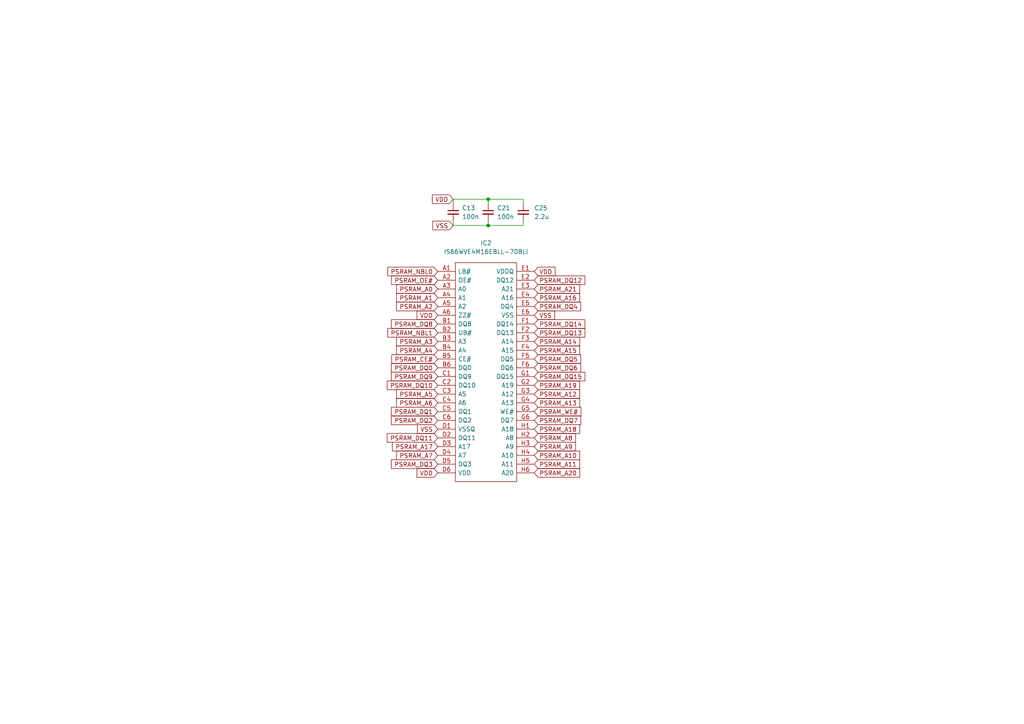
<source format=kicad_sch>
(kicad_sch (version 20211123) (generator eeschema)
  (paper "A4")
  (lib_symbols
    (symbol "Device:C_Small" (pin_numbers hide) (pin_names (offset 0.254) hide)
      (property "Reference" "C" (at 0.254 1.778 0))
      (property "Value" "C_Small" (at 0.254 -2.032 0))
      (symbol "C_Small_0_1"
        (polyline (pts (xy -1.524 -0.508) (xy 1.524 -0.508)) (stroke (width 0.3302)))
        (polyline (pts (xy -1.524 0.508) (xy 1.524 0.508)) (stroke (width 0.3048)))
      )
      (symbol "C_Small_1_1"
        (pin passive line (at 0 2.54 270) (length 2.032) (name "~") (number "1"))
        (pin passive line (at 0 -2.54 90) (length 2.032) (name "~") (number "2"))
      )
    )
    (symbol "SamacSys_Parts:IS66WVE4M16EBLL-70BLI" (pin_names (offset 0.762))
      (property "Reference" "IC" (at 24.13 7.62 0))
      (property "Value" "IS66WVE4M16EBLL-70BLI" (at 24.13 5.08 0))
      (symbol "IS66WVE4M16EBLL-70BLI_0_0"
        (pin passive line (at 0 0 0) (length 5.08) (name "LB#") (number "A1"))
        (pin passive line (at 0 -2.54 0) (length 5.08) (name "OE#") (number "A2"))
        (pin passive line (at 0 -5.08 0) (length 5.08) (name "A0") (number "A3"))
        (pin passive line (at 0 -7.62 0) (length 5.08) (name "A1") (number "A4"))
        (pin passive line (at 0 -10.16 0) (length 5.08) (name "A2") (number "A5"))
        (pin passive line (at 0 -12.7 0) (length 5.08) (name "ZZ#") (number "A6"))
        (pin passive line (at 0 -15.24 0) (length 5.08) (name "DQ8") (number "B1"))
        (pin passive line (at 0 -17.78 0) (length 5.08) (name "UB#") (number "B2"))
        (pin passive line (at 0 -20.32 0) (length 5.08) (name "A3") (number "B3"))
        (pin passive line (at 0 -22.86 0) (length 5.08) (name "A4") (number "B4"))
        (pin passive line (at 0 -25.4 0) (length 5.08) (name "CE#") (number "B5"))
        (pin passive line (at 0 -27.94 0) (length 5.08) (name "DQ0") (number "B6"))
        (pin passive line (at 0 -30.48 0) (length 5.08) (name "DQ9") (number "C1"))
        (pin passive line (at 0 -33.02 0) (length 5.08) (name "DQ10") (number "C2"))
        (pin passive line (at 0 -35.56 0) (length 5.08) (name "A5") (number "C3"))
        (pin passive line (at 0 -38.1 0) (length 5.08) (name "A6") (number "C4"))
        (pin passive line (at 0 -40.64 0) (length 5.08) (name "DQ1") (number "C5"))
        (pin passive line (at 0 -43.18 0) (length 5.08) (name "DQ2") (number "C6"))
        (pin passive line (at 0 -45.72 0) (length 5.08) (name "VSSQ") (number "D1"))
        (pin passive line (at 0 -48.26 0) (length 5.08) (name "DQ11") (number "D2"))
        (pin passive line (at 0 -50.8 0) (length 5.08) (name "A17") (number "D3"))
        (pin passive line (at 0 -53.34 0) (length 5.08) (name "A7") (number "D4"))
        (pin passive line (at 0 -55.88 0) (length 5.08) (name "DQ3") (number "D5"))
        (pin passive line (at 0 -58.42 0) (length 5.08) (name "VDD") (number "D6"))
        (pin passive line (at 27.94 0 180) (length 5.08) (name "VDDQ") (number "E1"))
        (pin passive line (at 27.94 -2.54 180) (length 5.08) (name "DQ12") (number "E2"))
        (pin passive line (at 27.94 -5.08 180) (length 5.08) (name "A21") (number "E3"))
        (pin passive line (at 27.94 -7.62 180) (length 5.08) (name "A16") (number "E4"))
        (pin passive line (at 27.94 -10.16 180) (length 5.08) (name "DQ4") (number "E5"))
        (pin passive line (at 27.94 -12.7 180) (length 5.08) (name "VSS") (number "E6"))
        (pin passive line (at 27.94 -15.24 180) (length 5.08) (name "DQ14") (number "F1"))
        (pin passive line (at 27.94 -17.78 180) (length 5.08) (name "DQ13") (number "F2"))
        (pin passive line (at 27.94 -20.32 180) (length 5.08) (name "A14") (number "F3"))
        (pin passive line (at 27.94 -22.86 180) (length 5.08) (name "A15") (number "F4"))
        (pin passive line (at 27.94 -25.4 180) (length 5.08) (name "DQ5") (number "F5"))
        (pin passive line (at 27.94 -27.94 180) (length 5.08) (name "DQ6") (number "F6"))
        (pin passive line (at 27.94 -30.48 180) (length 5.08) (name "DQ15") (number "G1"))
        (pin passive line (at 27.94 -33.02 180) (length 5.08) (name "A19") (number "G2"))
        (pin passive line (at 27.94 -35.56 180) (length 5.08) (name "A12") (number "G3"))
        (pin passive line (at 27.94 -38.1 180) (length 5.08) (name "A13") (number "G4"))
        (pin passive line (at 27.94 -40.64 180) (length 5.08) (name "WE#") (number "G5"))
        (pin passive line (at 27.94 -43.18 180) (length 5.08) (name "DQ7") (number "G6"))
        (pin passive line (at 27.94 -45.72 180) (length 5.08) (name "A18") (number "H1"))
        (pin passive line (at 27.94 -48.26 180) (length 5.08) (name "A8") (number "H2"))
        (pin passive line (at 27.94 -50.8 180) (length 5.08) (name "A9") (number "H3"))
        (pin passive line (at 27.94 -53.34 180) (length 5.08) (name "A10") (number "H4"))
        (pin passive line (at 27.94 -55.88 180) (length 5.08) (name "A11") (number "H5"))
        (pin passive line (at 27.94 -58.42 180) (length 5.08) (name "A20") (number "H6"))
      )
      (symbol "IS66WVE4M16EBLL-70BLI_0_1"
        (polyline (pts (xy 5.08 2.54) (xy 22.86 2.54) (xy 22.86 -60.96) (xy 5.08 -60.96) (xy 5.08 2.54)) (stroke (width 0.1524)))
      )
    )
  )
  (junction (at 141.605 65.405))
  (junction (at 141.605 57.785))
  (wire (pts (xy 141.605 65.405) (xy 151.765 65.405)))
  (wire (pts (xy 141.605 64.135) (xy 141.605 65.405)))
  (wire (pts (xy 131.445 57.785) (xy 131.445 59.055)))
  (wire (pts (xy 151.765 59.055) (xy 151.765 57.785)))
  (wire (pts (xy 141.605 57.785) (xy 131.445 57.785)))
  (wire (pts (xy 151.765 57.785) (xy 141.605 57.785)))
  (wire (pts (xy 131.445 65.405) (xy 141.605 65.405)))
  (wire (pts (xy 151.765 64.135) (xy 151.765 65.405)))
  (wire (pts (xy 131.445 64.135) (xy 131.445 65.405)))
  (wire (pts (xy 141.605 59.055) (xy 141.605 57.785)))
  (global_label "PSRAM_A21" (shape input) (at 154.94 83.82 0) (property "Intersheet References" "${INTERSHEET_REFS}" (effects hide)))
  (global_label "PSRAM_DQ1" (shape input) (at 127 119.38 180) (property "Intersheet References" "${INTERSHEET_REFS}" (effects hide)))
  (global_label "PSRAM_DQ13" (shape input) (at 154.94 96.52 0) (property "Intersheet References" "${INTERSHEET_REFS}" (effects hide)))
  (global_label "PSRAM_DQ0" (shape input) (at 127 106.68 180) (property "Intersheet References" "${INTERSHEET_REFS}" (effects hide)))
  (global_label "PSRAM_DQ2" (shape input) (at 127 121.92 180) (property "Intersheet References" "${INTERSHEET_REFS}" (effects hide)))
  (global_label "VSS" (shape input) (at 131.445 65.405 180) (property "Intersheet References" "${INTERSHEET_REFS}" (effects hide)))
  (global_label "PSRAM_A14" (shape input) (at 154.94 99.06 0) (property "Intersheet References" "${INTERSHEET_REFS}" (effects hide)))
  (global_label "PSRAM_DQ12" (shape input) (at 154.94 81.28 0) (property "Intersheet References" "${INTERSHEET_REFS}" (effects hide)))
  (global_label "PSRAM_OE#" (shape input) (at 127 81.28 180) (property "Intersheet References" "${INTERSHEET_REFS}" (effects hide)))
  (global_label "VSS" (shape input) (at 154.94 91.44 0) (property "Intersheet References" "${INTERSHEET_REFS}" (effects hide)))
  (global_label "PSRAM_DQ11" (shape input) (at 127 127 180) (property "Intersheet References" "${INTERSHEET_REFS}" (effects hide)))
  (global_label "VDD" (shape input) (at 127 137.16 180) (property "Intersheet References" "${INTERSHEET_REFS}" (effects hide)))
  (global_label "PSRAM_A10" (shape input) (at 154.94 132.08 0) (property "Intersheet References" "${INTERSHEET_REFS}" (effects hide)))
  (global_label "PSRAM_DQ15" (shape input) (at 154.94 109.22 0) (property "Intersheet References" "${INTERSHEET_REFS}" (effects hide)))
  (global_label "PSRAM_DQ6" (shape input) (at 154.94 106.68 0) (property "Intersheet References" "${INTERSHEET_REFS}" (effects hide)))
  (global_label "PSRAM_A16" (shape input) (at 154.94 86.36 0) (property "Intersheet References" "${INTERSHEET_REFS}" (effects hide)))
  (global_label "PSRAM_A4" (shape input) (at 127 101.6 180) (property "Intersheet References" "${INTERSHEET_REFS}" (effects hide)))
  (global_label "VDD" (shape input) (at 127 91.44 180) (property "Intersheet References" "${INTERSHEET_REFS}" (effects hide)))
  (global_label "PSRAM_CE#" (shape input) (at 127 104.14 180) (property "Intersheet References" "${INTERSHEET_REFS}" (effects hide)))
  (global_label "PSRAM_A15" (shape input) (at 154.94 101.6 0) (property "Intersheet References" "${INTERSHEET_REFS}" (effects hide)))
  (global_label "PSRAM_A6" (shape input) (at 127 116.84 180) (property "Intersheet References" "${INTERSHEET_REFS}" (effects hide)))
  (global_label "PSRAM_A19" (shape input) (at 154.94 111.76 0) (property "Intersheet References" "${INTERSHEET_REFS}" (effects hide)))
  (global_label "VDD" (shape input) (at 131.445 57.785 180) (property "Intersheet References" "${INTERSHEET_REFS}" (effects hide)))
  (global_label "PSRAM_DQ5" (shape input) (at 154.94 104.14 0) (property "Intersheet References" "${INTERSHEET_REFS}" (effects hide)))
  (global_label "PSRAM_A13" (shape input) (at 154.94 116.84 0) (property "Intersheet References" "${INTERSHEET_REFS}" (effects hide)))
  (global_label "PSRAM_NBL1" (shape input) (at 127 96.52 180) (property "Intersheet References" "${INTERSHEET_REFS}" (effects hide)))
  (global_label "PSRAM_A8" (shape input) (at 154.94 127 0) (property "Intersheet References" "${INTERSHEET_REFS}" (effects hide)))
  (global_label "PSRAM_A18" (shape input) (at 154.94 124.46 0) (property "Intersheet References" "${INTERSHEET_REFS}" (effects hide)))
  (global_label "PSRAM_DQ8" (shape input) (at 127 93.98 180) (property "Intersheet References" "${INTERSHEET_REFS}" (effects hide)))
  (global_label "PSRAM_NBL0" (shape input) (at 127 78.74 180) (property "Intersheet References" "${INTERSHEET_REFS}" (effects hide)))
  (global_label "PSRAM_WE#" (shape input) (at 154.94 119.38 0) (property "Intersheet References" "${INTERSHEET_REFS}" (effects hide)))
  (global_label "PSRAM_A2" (shape input) (at 127 88.9 180) (property "Intersheet References" "${INTERSHEET_REFS}" (effects hide)))
  (global_label "PSRAM_A5" (shape input) (at 127 114.3 180) (property "Intersheet References" "${INTERSHEET_REFS}" (effects hide)))
  (global_label "PSRAM_A20" (shape input) (at 154.94 137.16 0) (property "Intersheet References" "${INTERSHEET_REFS}" (effects hide)))
  (global_label "PSRAM_A3" (shape input) (at 127 99.06 180) (property "Intersheet References" "${INTERSHEET_REFS}" (effects hide)))
  (global_label "VSS" (shape input) (at 127 124.46 180) (property "Intersheet References" "${INTERSHEET_REFS}" (effects hide)))
  (global_label "PSRAM_A1" (shape input) (at 127 86.36 180) (property "Intersheet References" "${INTERSHEET_REFS}" (effects hide)))
  (global_label "PSRAM_A17" (shape input) (at 127 129.54 180) (property "Intersheet References" "${INTERSHEET_REFS}" (effects hide)))
  (global_label "PSRAM_A12" (shape input) (at 154.94 114.3 0) (property "Intersheet References" "${INTERSHEET_REFS}" (effects hide)))
  (global_label "PSRAM_DQ7" (shape input) (at 154.94 121.92 0) (property "Intersheet References" "${INTERSHEET_REFS}" (effects hide)))
  (global_label "PSRAM_DQ4" (shape input) (at 154.94 88.9 0) (property "Intersheet References" "${INTERSHEET_REFS}" (effects hide)))
  (global_label "PSRAM_A0" (shape input) (at 127 83.82 180) (property "Intersheet References" "${INTERSHEET_REFS}" (effects hide)))
  (global_label "PSRAM_DQ10" (shape input) (at 127 111.76 180) (property "Intersheet References" "${INTERSHEET_REFS}" (effects hide)))
  (global_label "PSRAM_A9" (shape input) (at 154.94 129.54 0) (property "Intersheet References" "${INTERSHEET_REFS}" (effects hide)))
  (global_label "VDD" (shape input) (at 154.94 78.74 0) (property "Intersheet References" "${INTERSHEET_REFS}" (effects hide)))
  (global_label "PSRAM_A11" (shape input) (at 154.94 134.62 0) (property "Intersheet References" "${INTERSHEET_REFS}" (effects hide)))
  (global_label "PSRAM_DQ9" (shape input) (at 127 109.22 180) (property "Intersheet References" "${INTERSHEET_REFS}" (effects hide)))
  (global_label "PSRAM_DQ14" (shape input) (at 154.94 93.98 0) (property "Intersheet References" "${INTERSHEET_REFS}" (effects hide)))
  (global_label "PSRAM_DQ3" (shape input) (at 127 134.62 180) (property "Intersheet References" "${INTERSHEET_REFS}" (effects hide)))
  (global_label "PSRAM_A7" (shape input) (at 127 132.08 180) (property "Intersheet References" "${INTERSHEET_REFS}" (effects hide)))
  (symbol (lib_id "Device:C_Small") (at 151.765 61.595 0) (unit 1)
    (property "Reference" "C25" (at 154.94 60.3312 0) (effects (justify left)))
    (property "Value" "2.2u" (at 154.94 62.8712 0) (effects (justify left)))
    (property "Footprint" "Capacitor_SMD:C_0603_1608Metric" (effects hide))
  )
  (symbol (lib_id "Device:C_Small") (at 141.605 61.595 0) (unit 1)
    (property "Reference" "C21" (at 144.145 60.3312 0) (effects (justify left)))
    (property "Value" "100n" (at 144.145 62.8712 0) (effects (justify left)))
    (property "Footprint" "Capacitor_SMD:C_0402_1005Metric" (effects hide))
  )
  (symbol (lib_id "SamacSys_Parts:IS66WVE4M16EBLL-70BLI") (at 127 78.74 0) (unit 1)
    (property "Reference" "IC2" (at 140.97 70.485 0))
    (property "Value" "IS66WVE4M16EBLL-70BLI" (at 140.97 73.025 0))
    (property "Footprint" "SamacSys_Parts:BGA48C75P6X8_600X800X120" (effects hide))
    (property "Datasheet" "http://www.issi.com/WW/pdf/66-67WVE4M16EALL-BLL-CLL.pdf" (effects hide))
    (property "Description" "SRAM 64Mb,Pseudo SRAM,Asynch/Page, 4M x 16,70ns,VDD 2.7V 3.6V, VDDQ 2.7V 3.6V,48 Ball BGA (6x8 mm), RoHS" (effects hide))
    (property "Height" "1.2" (effects hide))
    (property "Mouser Part Number" "870-66E4M16EBLL70BLI" (effects hide))
    (property "Mouser Price/Stock" "https://www.mouser.co.uk/ProductDetail/ISSI/IS66WVE4M16EBLL-70BLI?qs=ULk7ZlyDR4cw9k0cpKJeQQ%3D%3D" (effects hide))
    (property "Manufacturer_Name" "Integrated Silicon Solution Inc." (effects hide))
    (property "Manufacturer_Part_Number" "IS66WVE4M16EBLL-70BLI" (effects hide))
  )
  (symbol (lib_id "Device:C_Small") (at 131.445 61.595 0) (unit 1)
    (property "Reference" "C13" (at 133.985 60.3312 0) (effects (justify left)))
    (property "Value" "100n" (at 133.985 62.8712 0) (effects (justify left)))
    (property "Footprint" "Capacitor_SMD:C_0402_1005Metric" (effects hide))
  )
)
</source>
